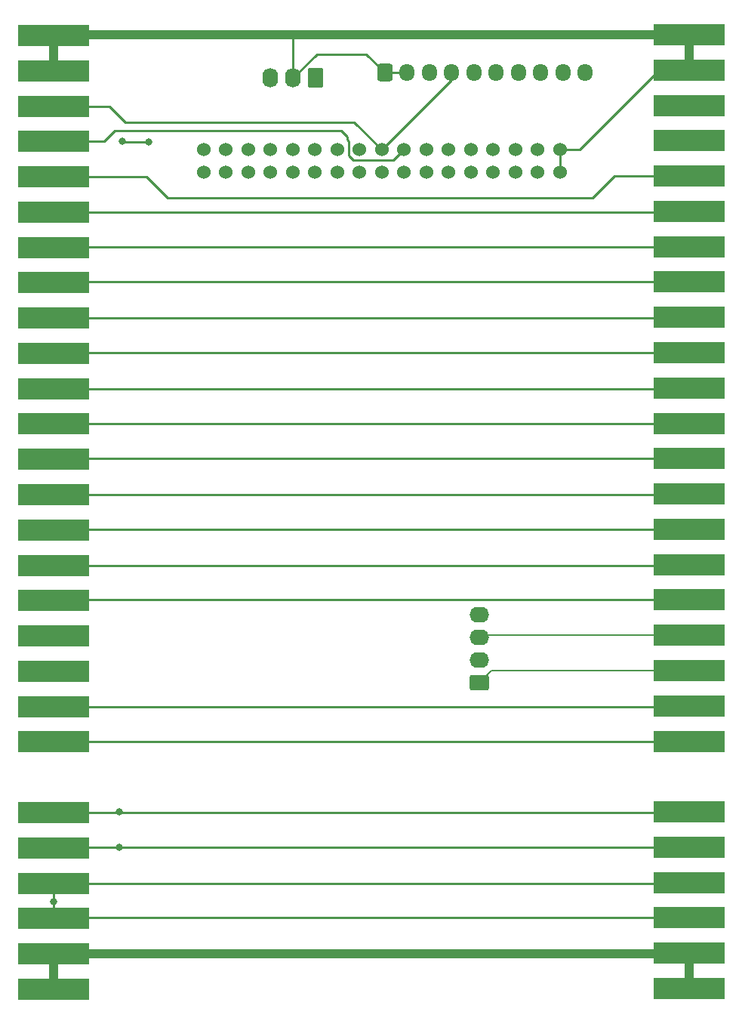
<source format=gbr>
%TF.GenerationSoftware,KiCad,Pcbnew,9.0.2*%
%TF.CreationDate,2025-07-09T23:55:51-04:00*%
%TF.ProjectId,jammaSFTM-CPS,6a616d6d-6153-4465-944d-2d4350532e6b,rev?*%
%TF.SameCoordinates,Original*%
%TF.FileFunction,Copper,L1,Top*%
%TF.FilePolarity,Positive*%
%FSLAX46Y46*%
G04 Gerber Fmt 4.6, Leading zero omitted, Abs format (unit mm)*
G04 Created by KiCad (PCBNEW 9.0.2) date 2025-07-09 23:55:51*
%MOMM*%
%LPD*%
G01*
G04 APERTURE LIST*
G04 Aperture macros list*
%AMRoundRect*
0 Rectangle with rounded corners*
0 $1 Rounding radius*
0 $2 $3 $4 $5 $6 $7 $8 $9 X,Y pos of 4 corners*
0 Add a 4 corners polygon primitive as box body*
4,1,4,$2,$3,$4,$5,$6,$7,$8,$9,$2,$3,0*
0 Add four circle primitives for the rounded corners*
1,1,$1+$1,$2,$3*
1,1,$1+$1,$4,$5*
1,1,$1+$1,$6,$7*
1,1,$1+$1,$8,$9*
0 Add four rect primitives between the rounded corners*
20,1,$1+$1,$2,$3,$4,$5,0*
20,1,$1+$1,$4,$5,$6,$7,0*
20,1,$1+$1,$6,$7,$8,$9,0*
20,1,$1+$1,$8,$9,$2,$3,0*%
G04 Aperture macros list end*
%TA.AperFunction,ComponentPad*%
%ADD10RoundRect,0.250000X-0.600000X-0.725000X0.600000X-0.725000X0.600000X0.725000X-0.600000X0.725000X0*%
%TD*%
%TA.AperFunction,ComponentPad*%
%ADD11O,1.700000X1.950000*%
%TD*%
%TA.AperFunction,ComponentPad*%
%ADD12RoundRect,0.250000X0.845000X-0.620000X0.845000X0.620000X-0.845000X0.620000X-0.845000X-0.620000X0*%
%TD*%
%TA.AperFunction,ComponentPad*%
%ADD13O,2.190000X1.740000*%
%TD*%
%TA.AperFunction,SMDPad,CuDef*%
%ADD14R,8.000000X2.350000*%
%TD*%
%TA.AperFunction,ComponentPad*%
%ADD15RoundRect,0.250000X0.620000X0.845000X-0.620000X0.845000X-0.620000X-0.845000X0.620000X-0.845000X0*%
%TD*%
%TA.AperFunction,ComponentPad*%
%ADD16O,1.740000X2.190000*%
%TD*%
%TA.AperFunction,ComponentPad*%
%ADD17C,1.524000*%
%TD*%
%TA.AperFunction,ViaPad*%
%ADD18C,0.800000*%
%TD*%
%TA.AperFunction,Conductor*%
%ADD19C,1.000000*%
%TD*%
%TA.AperFunction,Conductor*%
%ADD20C,0.250000*%
%TD*%
%TA.AperFunction,Conductor*%
%ADD21C,0.200000*%
%TD*%
G04 APERTURE END LIST*
D10*
%TO.P,J5,1,Pin_1*%
%TO.N,GND*%
X101701600Y-53441600D03*
D11*
%TO.P,J5,2,Pin_2*%
X104201600Y-53441600D03*
%TO.P,J5,3,Pin_3*%
%TO.N,P1 SHORT*%
X106701600Y-53441600D03*
%TO.P,J5,4,Pin_4*%
%TO.N,P1 FWD*%
X109201600Y-53441600D03*
%TO.P,J5,5,Pin_5*%
%TO.N,P1 ROUNDHOUSE*%
X111701600Y-53441600D03*
%TO.P,J5,6,Pin_6*%
%TO.N,unconnected-(J5-Pad6)*%
X114201600Y-53441600D03*
%TO.P,J5,7,Pin_7*%
%TO.N,P2 SHORT*%
X116701600Y-53441600D03*
%TO.P,J5,8,Pin_8*%
%TO.N,P2 FWD*%
X119201600Y-53441600D03*
%TO.P,J5,9,Pin_9*%
%TO.N,P2 ROUNDHOUSE*%
X121701600Y-53441600D03*
%TO.P,J5,10,Pin_10*%
%TO.N,unconnected-(J5-Pad10)*%
X124201600Y-53441600D03*
%TD*%
D12*
%TO.P,J4,1,Pin_1*%
%TO.N,LEFT SPEAKER +*%
X112344200Y-121843800D03*
D13*
%TO.P,J4,2,Pin_2*%
%TO.N,LEFT SPEAKER -*%
X112344200Y-119303800D03*
%TO.P,J4,3,Pin_3*%
%TO.N,RIGHT SPEAKER +*%
X112344200Y-116763800D03*
%TO.P,J4,4,Pin_4*%
%TO.N,RIGHT SPEAKER -*%
X112344200Y-114223800D03*
%TD*%
D14*
%TO.P,J1,1,Pin_1*%
%TO.N,GND*%
X64544500Y-156228400D03*
%TO.P,J1,2,Pin_2*%
X64544500Y-152268400D03*
%TO.P,J1,3,Pin_3*%
%TO.N,+5V*%
X64544500Y-148308400D03*
%TO.P,J1,4,Pin_4*%
X64544500Y-144348400D03*
%TO.P,J1,5,Pin_5*%
%TO.N,-5V*%
X64544500Y-140388400D03*
%TO.P,J1,6,Pin_6*%
%TO.N,+12V*%
X64544500Y-136428400D03*
%TO.P,J1,8,Pin_8*%
%TO.N,Coin Counter 1*%
X64544500Y-128508400D03*
%TO.P,J1,9,Pin_9*%
%TO.N,Coin Lock 1*%
X64544500Y-124548400D03*
%TO.P,J1,10,Pin_10*%
%TO.N,LSP +*%
X64544500Y-120588400D03*
%TO.P,J1,11,Pin_11*%
%TO.N,RSP +*%
X64544500Y-116628400D03*
%TO.P,J1,12,Pin_12*%
%TO.N,R*%
X64544500Y-112668400D03*
%TO.P,J1,13,Pin_13*%
%TO.N,B*%
X64544500Y-108708400D03*
%TO.P,J1,14,Pin_14*%
%TO.N,VG*%
X64544500Y-104748400D03*
%TO.P,J1,15,Pin_15*%
%TO.N,Test Mode*%
X64544500Y-100788400D03*
%TO.P,J1,16,Pin_16*%
%TO.N,Coin 1*%
X64544500Y-96828400D03*
%TO.P,J1,17,Pin_17*%
%TO.N,ST 1*%
X64544500Y-92868400D03*
%TO.P,J1,18,Pin_18*%
%TO.N,P1 UP*%
X64544500Y-88908400D03*
%TO.P,J1,19,Pin_19*%
%TO.N,P1 DN*%
X64544500Y-84948400D03*
%TO.P,J1,20,Pin_20*%
%TO.N,P1 L*%
X64544500Y-80988400D03*
%TO.P,J1,21,Pin_21*%
%TO.N,P1 R*%
X64544500Y-77028400D03*
%TO.P,J1,22,Pin_22*%
%TO.N,P1 JAB*%
X64544500Y-73068400D03*
%TO.P,J1,23,Pin_23*%
%TO.N,P1 STRONG*%
X64544500Y-69108400D03*
%TO.P,J1,24,Pin_24*%
%TO.N,P1 FIERCE*%
X64544500Y-65148400D03*
%TO.P,J1,25,Pin_25*%
%TO.N,P1 SHORT*%
X64544500Y-61188400D03*
%TO.P,J1,26,Pin_26*%
%TO.N,P1 FWD*%
X64544500Y-57228400D03*
%TO.P,J1,27,Pin_27*%
%TO.N,GND*%
X64544500Y-53268400D03*
%TO.P,J1,28,Pin_28*%
X64544500Y-49308400D03*
%TD*%
%TO.P,J2,1,Pin_1*%
%TO.N,GND*%
X135836100Y-156152200D03*
%TO.P,J2,2,Pin_2*%
X135836100Y-152192200D03*
%TO.P,J2,3,Pin_3*%
%TO.N,+5V*%
X135836100Y-148232200D03*
%TO.P,J2,4,Pin_4*%
X135836100Y-144272200D03*
%TO.P,J2,5,Pin_5*%
%TO.N,-5V*%
X135836100Y-140312200D03*
%TO.P,J2,6,Pin_6*%
%TO.N,+12V*%
X135836100Y-136352200D03*
%TO.P,J2,8,Pin_8*%
%TO.N,Coin Counter 1*%
X135836100Y-128432200D03*
%TO.P,J2,9,Pin_9*%
%TO.N,Coin Lock 1*%
X135836100Y-124472200D03*
%TO.P,J2,10,Pin_10*%
%TO.N,LEFT SPEAKER +*%
X135836100Y-120512200D03*
%TO.P,J2,11,Pin_11*%
%TO.N,RIGHT SPEAKER +*%
X135836100Y-116552200D03*
%TO.P,J2,12,Pin_12*%
%TO.N,R*%
X135836100Y-112592200D03*
%TO.P,J2,13,Pin_13*%
%TO.N,B*%
X135836100Y-108632200D03*
%TO.P,J2,14,Pin_14*%
%TO.N,VG*%
X135836100Y-104672200D03*
%TO.P,J2,15,Pin_15*%
%TO.N,Test Mode*%
X135836100Y-100712200D03*
%TO.P,J2,16,Pin_16*%
%TO.N,Coin 1*%
X135836100Y-96752200D03*
%TO.P,J2,17,Pin_17*%
%TO.N,ST 1*%
X135836100Y-92792200D03*
%TO.P,J2,18,Pin_18*%
%TO.N,P1 UP*%
X135836100Y-88832200D03*
%TO.P,J2,19,Pin_19*%
%TO.N,P1 DN*%
X135836100Y-84872200D03*
%TO.P,J2,20,Pin_20*%
%TO.N,P1 L*%
X135836100Y-80912200D03*
%TO.P,J2,21,Pin_21*%
%TO.N,P1 R*%
X135836100Y-76952200D03*
%TO.P,J2,22,Pin_22*%
%TO.N,P1 JAB*%
X135836100Y-72992200D03*
%TO.P,J2,23,Pin_23*%
%TO.N,P1 STRONG*%
X135836100Y-69032200D03*
%TO.P,J2,24,Pin_24*%
%TO.N,P1 FIERCE*%
X135836100Y-65072200D03*
%TO.P,J2,25,Pin_25*%
%TO.N,unconnected-(J2-Pad25)*%
X135836100Y-61112200D03*
%TO.P,J2,26,Pin_26*%
%TO.N,unconnected-(J2-Pad26)*%
X135836100Y-57152200D03*
%TO.P,J2,27,Pin_27*%
%TO.N,GND*%
X135836100Y-53192200D03*
%TO.P,J2,28,Pin_28*%
X135836100Y-49232200D03*
%TD*%
D15*
%TO.P,J3,1,Pin_1*%
%TO.N,P1 ROUNDHOUSE*%
X93980000Y-54051200D03*
D16*
%TO.P,J3,2,Pin_2*%
%TO.N,GND*%
X91440000Y-54051200D03*
%TO.P,J3,3,Pin_3*%
%TO.N,P2 ROUNDHOUSE*%
X88900000Y-54051200D03*
%TD*%
D17*
%TO.P,J6,1,Pin_1*%
%TO.N,unconnected-(J6-Pad1)*%
X81384200Y-62097600D03*
%TO.P,J6,2,Pin_2*%
%TO.N,unconnected-(J6-Pad2)*%
X81384200Y-64597600D03*
%TO.P,J6,3,Pin_3*%
%TO.N,unconnected-(J6-Pad3)*%
X83884200Y-62097600D03*
%TO.P,J6,4,Pin_4*%
%TO.N,unconnected-(J6-Pad4)*%
X83884200Y-64597600D03*
%TO.P,J6,5,Pin_5*%
%TO.N,unconnected-(J6-Pad5)*%
X86384200Y-62097600D03*
%TO.P,J6,6,Pin_6*%
%TO.N,unconnected-(J6-Pad6)*%
X86384200Y-64597600D03*
%TO.P,J6,7,Pin_7*%
%TO.N,unconnected-(J6-Pad7)*%
X88884200Y-62097600D03*
%TO.P,J6,8,Pin_8*%
%TO.N,unconnected-(J6-Pad8)*%
X88884200Y-64597600D03*
%TO.P,J6,9,Pin_9*%
%TO.N,P2 ROUNDHOUSE*%
X91384200Y-62097600D03*
%TO.P,J6,10,Pin_10*%
%TO.N,unconnected-(J6-Pad10)*%
X91384200Y-64597600D03*
%TO.P,J6,11,Pin_11*%
%TO.N,unconnected-(J6-Pad11)*%
X93884200Y-62097600D03*
%TO.P,J6,12,Pin_12*%
%TO.N,unconnected-(J6-Pad12)*%
X93884200Y-64597600D03*
%TO.P,J6,13,Pin_13*%
%TO.N,unconnected-(J6-Pad13)*%
X96384200Y-62097600D03*
%TO.P,J6,14,Pin_14*%
%TO.N,unconnected-(J6-Pad14)*%
X96384200Y-64597600D03*
%TO.P,J6,15,Pin_15*%
%TO.N,P1 ROUNDHOUSE*%
X98884200Y-62097600D03*
%TO.P,J6,16,Pin_16*%
%TO.N,unconnected-(J6-Pad16)*%
X98884200Y-64597600D03*
%TO.P,J6,17,Pin_17*%
%TO.N,P1 FWD*%
X101384200Y-62097600D03*
%TO.P,J6,18,Pin_18*%
%TO.N,unconnected-(J6-Pad18)*%
X101384200Y-64597600D03*
%TO.P,J6,19,Pin_19*%
%TO.N,P1 SHORT*%
X103884200Y-62097600D03*
%TO.P,J6,20,Pin_20*%
%TO.N,unconnected-(J6-Pad20)*%
X103884200Y-64597600D03*
%TO.P,J6,21,Pin_21*%
%TO.N,P2 SHORT*%
X106384200Y-62097600D03*
%TO.P,J6,22,Pin_22*%
%TO.N,unconnected-(J6-Pad22)*%
X106384200Y-64597600D03*
%TO.P,J6,23,Pin_23*%
%TO.N,P2 FWD*%
X108884200Y-62097600D03*
%TO.P,J6,24,Pin_24*%
%TO.N,unconnected-(J6-Pad24)*%
X108884200Y-64597600D03*
%TO.P,J6,25,Pin_25*%
%TO.N,unconnected-(J6-Pad25)*%
X111384200Y-62097600D03*
%TO.P,J6,26,Pin_26*%
%TO.N,unconnected-(J6-Pad26)*%
X111384200Y-64597600D03*
%TO.P,J6,27,Pin_27*%
%TO.N,unconnected-(J6-Pad27)*%
X113884200Y-62097600D03*
%TO.P,J6,28,Pin_28*%
%TO.N,unconnected-(J6-Pad28)*%
X113884200Y-64597600D03*
%TO.P,J6,29,Pin_29*%
%TO.N,unconnected-(J6-Pad29)*%
X116384200Y-62097600D03*
%TO.P,J6,30,Pin_30*%
%TO.N,unconnected-(J6-Pad30)*%
X116384200Y-64597600D03*
%TO.P,J6,31,Pin_31*%
%TO.N,unconnected-(J6-Pad31)*%
X118884200Y-62097600D03*
%TO.P,J6,32,Pin_32*%
%TO.N,unconnected-(J6-Pad32)*%
X118884200Y-64597600D03*
%TO.P,J6,33,Pin_33*%
%TO.N,GND*%
X121384200Y-62097600D03*
%TO.P,J6,34,Pin_34*%
X121384200Y-64597600D03*
%TD*%
D18*
%TO.N,GND*%
X64544500Y-51330300D03*
X64544500Y-154225700D03*
%TO.N,P2 SHORT*%
X75260200Y-61214000D03*
X72288400Y-61188600D03*
%TO.N,+12V*%
X71978600Y-136352200D03*
%TO.N,-5V*%
X71955600Y-140312200D03*
%TO.N,+5V*%
X64544500Y-146402500D03*
%TD*%
D19*
%TO.N,GND*%
X64544500Y-156228400D02*
X64544500Y-152268400D01*
X135836100Y-156152200D02*
X135836100Y-152192200D01*
X64544500Y-152268400D02*
X135759900Y-152268400D01*
D20*
X121384200Y-62097600D02*
X123551000Y-62097600D01*
D19*
X64544500Y-53268400D02*
X64544500Y-49308400D01*
D20*
X123551000Y-62097600D02*
X132456400Y-53192200D01*
X99644200Y-51384200D02*
X101701600Y-53441600D01*
D19*
X91345400Y-49232200D02*
X64620700Y-49232200D01*
D20*
X121384200Y-64597600D02*
X121384200Y-62097600D01*
X64620700Y-156152200D02*
X64544500Y-156228400D01*
X104201600Y-53441600D02*
X101701600Y-53441600D01*
X64620700Y-49232200D02*
X64544500Y-49308400D01*
D19*
X135836100Y-53192200D02*
X135836100Y-49232200D01*
D20*
X132456400Y-53192200D02*
X135836100Y-53192200D01*
X91440000Y-49326800D02*
X91345400Y-49232200D01*
D19*
X135836100Y-49232200D02*
X91345400Y-49232200D01*
D20*
X94107000Y-51384200D02*
X99644200Y-51384200D01*
X91440000Y-54051200D02*
X91440000Y-49326800D01*
X135759900Y-152268400D02*
X135836100Y-152192200D01*
X91440000Y-54051200D02*
X94107000Y-51384200D01*
%TO.N,P2 SHORT*%
X72313800Y-61214000D02*
X72288400Y-61188600D01*
X75260200Y-61214000D02*
X72313800Y-61214000D01*
%TO.N,+12V*%
X64544500Y-136428400D02*
X135759900Y-136428400D01*
X135759900Y-136428400D02*
X135836100Y-136352200D01*
%TO.N,-5V*%
X64620700Y-140312200D02*
X64544500Y-140388400D01*
X135836100Y-140312200D02*
X64620700Y-140312200D01*
%TO.N,+5V*%
X64620700Y-148232200D02*
X64544500Y-148308400D01*
X135836100Y-148232200D02*
X64620700Y-148232200D01*
X64544500Y-144348400D02*
X64544500Y-148308400D01*
X64544500Y-144348400D02*
X135759900Y-144348400D01*
X135759900Y-144348400D02*
X135836100Y-144272200D01*
%TO.N,Coin Counter 1*%
X64620700Y-128432200D02*
X64544500Y-128508400D01*
X135836100Y-128432200D02*
X64620700Y-128432200D01*
%TO.N,Coin Lock 1*%
X64544500Y-124548400D02*
X135759900Y-124548400D01*
X135759900Y-124548400D02*
X135836100Y-124472200D01*
%TO.N,R*%
X64620700Y-112592200D02*
X64544500Y-112668400D01*
X135836100Y-112592200D02*
X64620700Y-112592200D01*
%TO.N,B*%
X135759900Y-108708400D02*
X135836100Y-108632200D01*
X64544500Y-108708400D02*
X135759900Y-108708400D01*
%TO.N,VG*%
X64620700Y-104672200D02*
X64544500Y-104748400D01*
X135836100Y-104672200D02*
X64620700Y-104672200D01*
%TO.N,Test Mode*%
X135759900Y-100788400D02*
X135836100Y-100712200D01*
X64544500Y-100788400D02*
X135759900Y-100788400D01*
%TO.N,Coin 1*%
X135836100Y-96752200D02*
X64620700Y-96752200D01*
X64620700Y-96752200D02*
X64544500Y-96828400D01*
%TO.N,ST 1*%
X64620700Y-92792200D02*
X64544500Y-92868400D01*
X135836100Y-92792200D02*
X64620700Y-92792200D01*
%TO.N,P1 UP*%
X135759900Y-88908400D02*
X135836100Y-88832200D01*
X64544500Y-88908400D02*
X135759900Y-88908400D01*
%TO.N,P1 DN*%
X135836100Y-84872200D02*
X64620700Y-84872200D01*
X64620700Y-84872200D02*
X64544500Y-84948400D01*
%TO.N,P1 L*%
X135759900Y-80988400D02*
X135836100Y-80912200D01*
X64544500Y-80988400D02*
X135759900Y-80988400D01*
%TO.N,P1 R*%
X64620700Y-76952200D02*
X64544500Y-77028400D01*
X135836100Y-76952200D02*
X64620700Y-76952200D01*
%TO.N,P1 JAB*%
X64620700Y-72992200D02*
X64544500Y-73068400D01*
X135836100Y-72992200D02*
X64620700Y-72992200D01*
%TO.N,P1 STRONG*%
X64544500Y-69108400D02*
X135759900Y-69108400D01*
X135759900Y-69108400D02*
X135836100Y-69032200D01*
%TO.N,P1 FIERCE*%
X127459800Y-65072200D02*
X125018800Y-67513200D01*
X135836100Y-65072200D02*
X127459800Y-65072200D01*
X77317600Y-67513200D02*
X74952800Y-65148400D01*
X74952800Y-65148400D02*
X64544500Y-65148400D01*
X125018800Y-67513200D02*
X77317600Y-67513200D01*
%TO.N,P1 SHORT*%
X97663000Y-62788800D02*
X97663000Y-61137800D01*
X97663000Y-61137800D02*
X97536289Y-61011089D01*
X71450200Y-59969400D02*
X70231200Y-61188400D01*
X70231200Y-61188400D02*
X64544500Y-61188400D01*
X97536289Y-61011089D02*
X97536289Y-60680889D01*
X103884200Y-62097600D02*
X102685000Y-63296800D01*
X96824800Y-59969400D02*
X71450200Y-59969400D01*
X97536289Y-60680889D02*
X96824800Y-59969400D01*
X98171000Y-63296800D02*
X97663000Y-62788800D01*
X102685000Y-63296800D02*
X98171000Y-63296800D01*
%TO.N,P1 FWD*%
X109201600Y-54280200D02*
X101384200Y-62097600D01*
X70842800Y-57228400D02*
X64544500Y-57228400D01*
X101384200Y-62097600D02*
X98290800Y-59004200D01*
X98290800Y-59004200D02*
X72618600Y-59004200D01*
X72618600Y-59004200D02*
X70842800Y-57228400D01*
X109201600Y-53441600D02*
X109201600Y-54280200D01*
D21*
%TO.N,LEFT SPEAKER +*%
X113675800Y-120512200D02*
X112344200Y-121843800D01*
X135836100Y-120512200D02*
X113675800Y-120512200D01*
%TO.N,RIGHT SPEAKER +*%
X112555800Y-116552200D02*
X112344200Y-116763800D01*
X135836100Y-116552200D02*
X112555800Y-116552200D01*
%TD*%
M02*

</source>
